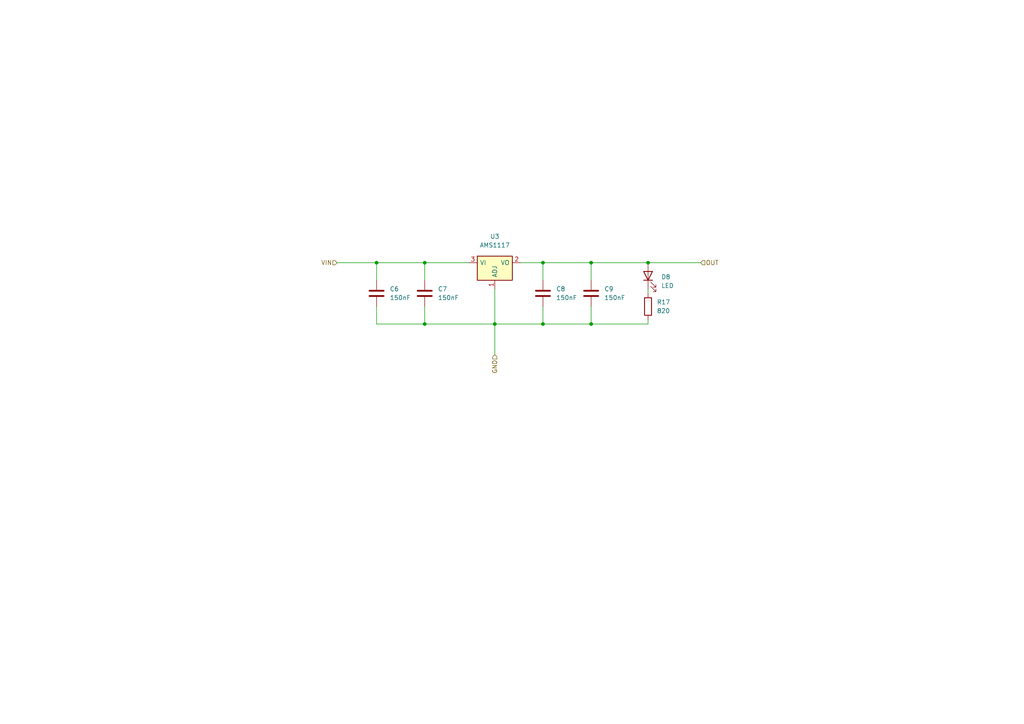
<source format=kicad_sch>
(kicad_sch (version 20211123) (generator eeschema)

  (uuid 985717fb-18de-4ff5-a2a9-0a7ae5b5a20e)

  (paper "A4")

  (title_block
    (title "Green House Controller")
    (date "15 nov 2012")
    (rev "v03")
    (company "Sri Lanka Technological Campus")
    (comment 1 "AA2129, AA2122, AA1391, AA1378, AA1424")
    (comment 2 "Raspberry Pi Shield")
    (comment 3 "Engineering Design Project")
    (comment 4 "EEE209")
  )

  (lib_symbols
    (symbol "Device:C" (pin_numbers hide) (pin_names (offset 0.254)) (in_bom yes) (on_board yes)
      (property "Reference" "C" (id 0) (at 0.635 2.54 0)
        (effects (font (size 1.27 1.27)) (justify left))
      )
      (property "Value" "C" (id 1) (at 0.635 -2.54 0)
        (effects (font (size 1.27 1.27)) (justify left))
      )
      (property "Footprint" "" (id 2) (at 0.9652 -3.81 0)
        (effects (font (size 1.27 1.27)) hide)
      )
      (property "Datasheet" "~" (id 3) (at 0 0 0)
        (effects (font (size 1.27 1.27)) hide)
      )
      (property "ki_keywords" "cap capacitor" (id 4) (at 0 0 0)
        (effects (font (size 1.27 1.27)) hide)
      )
      (property "ki_description" "Unpolarized capacitor" (id 5) (at 0 0 0)
        (effects (font (size 1.27 1.27)) hide)
      )
      (property "ki_fp_filters" "C_*" (id 6) (at 0 0 0)
        (effects (font (size 1.27 1.27)) hide)
      )
      (symbol "C_0_1"
        (polyline
          (pts
            (xy -2.032 -0.762)
            (xy 2.032 -0.762)
          )
          (stroke (width 0.508) (type default) (color 0 0 0 0))
          (fill (type none))
        )
        (polyline
          (pts
            (xy -2.032 0.762)
            (xy 2.032 0.762)
          )
          (stroke (width 0.508) (type default) (color 0 0 0 0))
          (fill (type none))
        )
      )
      (symbol "C_1_1"
        (pin passive line (at 0 3.81 270) (length 2.794)
          (name "~" (effects (font (size 1.27 1.27))))
          (number "1" (effects (font (size 1.27 1.27))))
        )
        (pin passive line (at 0 -3.81 90) (length 2.794)
          (name "~" (effects (font (size 1.27 1.27))))
          (number "2" (effects (font (size 1.27 1.27))))
        )
      )
    )
    (symbol "Device:LED" (pin_numbers hide) (pin_names (offset 1.016) hide) (in_bom yes) (on_board yes)
      (property "Reference" "D" (id 0) (at 0 2.54 0)
        (effects (font (size 1.27 1.27)))
      )
      (property "Value" "LED" (id 1) (at 0 -2.54 0)
        (effects (font (size 1.27 1.27)))
      )
      (property "Footprint" "" (id 2) (at 0 0 0)
        (effects (font (size 1.27 1.27)) hide)
      )
      (property "Datasheet" "~" (id 3) (at 0 0 0)
        (effects (font (size 1.27 1.27)) hide)
      )
      (property "ki_keywords" "LED diode" (id 4) (at 0 0 0)
        (effects (font (size 1.27 1.27)) hide)
      )
      (property "ki_description" "Light emitting diode" (id 5) (at 0 0 0)
        (effects (font (size 1.27 1.27)) hide)
      )
      (property "ki_fp_filters" "LED* LED_SMD:* LED_THT:*" (id 6) (at 0 0 0)
        (effects (font (size 1.27 1.27)) hide)
      )
      (symbol "LED_0_1"
        (polyline
          (pts
            (xy -1.27 -1.27)
            (xy -1.27 1.27)
          )
          (stroke (width 0.254) (type default) (color 0 0 0 0))
          (fill (type none))
        )
        (polyline
          (pts
            (xy -1.27 0)
            (xy 1.27 0)
          )
          (stroke (width 0) (type default) (color 0 0 0 0))
          (fill (type none))
        )
        (polyline
          (pts
            (xy 1.27 -1.27)
            (xy 1.27 1.27)
            (xy -1.27 0)
            (xy 1.27 -1.27)
          )
          (stroke (width 0.254) (type default) (color 0 0 0 0))
          (fill (type none))
        )
        (polyline
          (pts
            (xy -3.048 -0.762)
            (xy -4.572 -2.286)
            (xy -3.81 -2.286)
            (xy -4.572 -2.286)
            (xy -4.572 -1.524)
          )
          (stroke (width 0) (type default) (color 0 0 0 0))
          (fill (type none))
        )
        (polyline
          (pts
            (xy -1.778 -0.762)
            (xy -3.302 -2.286)
            (xy -2.54 -2.286)
            (xy -3.302 -2.286)
            (xy -3.302 -1.524)
          )
          (stroke (width 0) (type default) (color 0 0 0 0))
          (fill (type none))
        )
      )
      (symbol "LED_1_1"
        (pin passive line (at -3.81 0 0) (length 2.54)
          (name "K" (effects (font (size 1.27 1.27))))
          (number "1" (effects (font (size 1.27 1.27))))
        )
        (pin passive line (at 3.81 0 180) (length 2.54)
          (name "A" (effects (font (size 1.27 1.27))))
          (number "2" (effects (font (size 1.27 1.27))))
        )
      )
    )
    (symbol "Device:R" (pin_numbers hide) (pin_names (offset 0)) (in_bom yes) (on_board yes)
      (property "Reference" "R" (id 0) (at 2.032 0 90)
        (effects (font (size 1.27 1.27)))
      )
      (property "Value" "R" (id 1) (at 0 0 90)
        (effects (font (size 1.27 1.27)))
      )
      (property "Footprint" "" (id 2) (at -1.778 0 90)
        (effects (font (size 1.27 1.27)) hide)
      )
      (property "Datasheet" "~" (id 3) (at 0 0 0)
        (effects (font (size 1.27 1.27)) hide)
      )
      (property "ki_keywords" "R res resistor" (id 4) (at 0 0 0)
        (effects (font (size 1.27 1.27)) hide)
      )
      (property "ki_description" "Resistor" (id 5) (at 0 0 0)
        (effects (font (size 1.27 1.27)) hide)
      )
      (property "ki_fp_filters" "R_*" (id 6) (at 0 0 0)
        (effects (font (size 1.27 1.27)) hide)
      )
      (symbol "R_0_1"
        (rectangle (start -1.016 -2.54) (end 1.016 2.54)
          (stroke (width 0.254) (type default) (color 0 0 0 0))
          (fill (type none))
        )
      )
      (symbol "R_1_1"
        (pin passive line (at 0 3.81 270) (length 1.27)
          (name "~" (effects (font (size 1.27 1.27))))
          (number "1" (effects (font (size 1.27 1.27))))
        )
        (pin passive line (at 0 -3.81 90) (length 1.27)
          (name "~" (effects (font (size 1.27 1.27))))
          (number "2" (effects (font (size 1.27 1.27))))
        )
      )
    )
    (symbol "Regulator_Linear:AMS1117" (pin_names (offset 0.762)) (in_bom yes) (on_board yes)
      (property "Reference" "U" (id 0) (at -3.81 3.175 0)
        (effects (font (size 1.27 1.27)))
      )
      (property "Value" "AMS1117" (id 1) (at 0 3.175 0)
        (effects (font (size 1.27 1.27)) (justify left))
      )
      (property "Footprint" "Package_TO_SOT_SMD:SOT-223-3_TabPin2" (id 2) (at 0 5.08 0)
        (effects (font (size 1.27 1.27)) hide)
      )
      (property "Datasheet" "http://www.advanced-monolithic.com/pdf/ds1117.pdf" (id 3) (at 2.54 -6.35 0)
        (effects (font (size 1.27 1.27)) hide)
      )
      (property "ki_keywords" "linear regulator ldo adjustable positive" (id 4) (at 0 0 0)
        (effects (font (size 1.27 1.27)) hide)
      )
      (property "ki_description" "1A Low Dropout regulator, positive, adjustable output, SOT-223" (id 5) (at 0 0 0)
        (effects (font (size 1.27 1.27)) hide)
      )
      (property "ki_fp_filters" "SOT?223*TabPin2*" (id 6) (at 0 0 0)
        (effects (font (size 1.27 1.27)) hide)
      )
      (symbol "AMS1117_0_1"
        (rectangle (start -5.08 -5.08) (end 5.08 1.905)
          (stroke (width 0.254) (type default) (color 0 0 0 0))
          (fill (type background))
        )
      )
      (symbol "AMS1117_1_1"
        (pin input line (at 0 -7.62 90) (length 2.54)
          (name "ADJ" (effects (font (size 1.27 1.27))))
          (number "1" (effects (font (size 1.27 1.27))))
        )
        (pin power_out line (at 7.62 0 180) (length 2.54)
          (name "VO" (effects (font (size 1.27 1.27))))
          (number "2" (effects (font (size 1.27 1.27))))
        )
        (pin power_in line (at -7.62 0 0) (length 2.54)
          (name "VI" (effects (font (size 1.27 1.27))))
          (number "3" (effects (font (size 1.27 1.27))))
        )
      )
    )
  )

  (junction (at 187.96 76.2) (diameter 0) (color 0 0 0 0)
    (uuid 02e4e62a-b14e-4387-9e35-e5d0203f3fab)
  )
  (junction (at 157.48 93.98) (diameter 0) (color 0 0 0 0)
    (uuid 23034e52-fe94-490a-a3ee-89740767dec9)
  )
  (junction (at 143.51 93.98) (diameter 0) (color 0 0 0 0)
    (uuid 49dc8573-7397-4c6e-8c78-0e1bc5a08a0d)
  )
  (junction (at 123.19 76.2) (diameter 0) (color 0 0 0 0)
    (uuid 68d7fe9b-bc69-4a02-9311-78eddb6d618b)
  )
  (junction (at 109.22 76.2) (diameter 0) (color 0 0 0 0)
    (uuid 953e450b-1ac4-4d79-930d-ae67ebd801c8)
  )
  (junction (at 157.48 76.2) (diameter 0) (color 0 0 0 0)
    (uuid abef71bf-b43a-4644-b41f-c723bf4349f0)
  )
  (junction (at 171.45 76.2) (diameter 0) (color 0 0 0 0)
    (uuid b187da9a-305f-47f3-ac59-d59e69c430fe)
  )
  (junction (at 123.19 93.98) (diameter 0) (color 0 0 0 0)
    (uuid b8580e9f-e2e4-4ba2-be99-4acb1c013362)
  )
  (junction (at 171.45 93.98) (diameter 0) (color 0 0 0 0)
    (uuid f7768822-0826-4054-a3cb-6ddce136f989)
  )

  (wire (pts (xy 187.96 92.71) (xy 187.96 93.98))
    (stroke (width 0) (type default) (color 0 0 0 0))
    (uuid 15ce0931-1f84-4416-9186-5a7b2cf4222c)
  )
  (wire (pts (xy 171.45 76.2) (xy 187.96 76.2))
    (stroke (width 0) (type default) (color 0 0 0 0))
    (uuid 26261de1-a825-4290-b541-15d1b2b90720)
  )
  (wire (pts (xy 151.13 76.2) (xy 157.48 76.2))
    (stroke (width 0) (type default) (color 0 0 0 0))
    (uuid 2d0062ba-7b3b-4c51-92ee-e85fa08d8342)
  )
  (wire (pts (xy 109.22 81.28) (xy 109.22 76.2))
    (stroke (width 0) (type default) (color 0 0 0 0))
    (uuid 40b85587-63b4-4ec1-92fb-d6f4ced66a42)
  )
  (wire (pts (xy 109.22 93.98) (xy 123.19 93.98))
    (stroke (width 0) (type default) (color 0 0 0 0))
    (uuid 4633d8de-3691-4574-a0cd-23cf09d4906b)
  )
  (wire (pts (xy 123.19 76.2) (xy 135.89 76.2))
    (stroke (width 0) (type default) (color 0 0 0 0))
    (uuid 4919e007-49a6-4b9c-8ce4-30920e072cba)
  )
  (wire (pts (xy 109.22 93.98) (xy 109.22 88.9))
    (stroke (width 0) (type default) (color 0 0 0 0))
    (uuid 4bde7234-0a8d-4b1c-819d-3d05d5d2bcb8)
  )
  (wire (pts (xy 171.45 93.98) (xy 187.96 93.98))
    (stroke (width 0) (type default) (color 0 0 0 0))
    (uuid 568a08e8-424f-4187-9d8d-3d585f0ca20f)
  )
  (wire (pts (xy 187.96 83.82) (xy 187.96 85.09))
    (stroke (width 0) (type default) (color 0 0 0 0))
    (uuid 5f12e54a-0c73-40bc-83ef-64133361514d)
  )
  (wire (pts (xy 109.22 76.2) (xy 123.19 76.2))
    (stroke (width 0) (type default) (color 0 0 0 0))
    (uuid 696ca3e5-a9f3-41c4-a147-4ba38d5f4d2f)
  )
  (wire (pts (xy 157.48 88.9) (xy 157.48 93.98))
    (stroke (width 0) (type default) (color 0 0 0 0))
    (uuid 785094e0-a111-4735-926e-0fc7a58e78c8)
  )
  (wire (pts (xy 143.51 93.98) (xy 143.51 102.87))
    (stroke (width 0) (type default) (color 0 0 0 0))
    (uuid 82b684bb-7da1-443e-bdf0-ab27009eade9)
  )
  (wire (pts (xy 123.19 93.98) (xy 143.51 93.98))
    (stroke (width 0) (type default) (color 0 0 0 0))
    (uuid 8e7b250f-f3bf-4cca-bddb-c7aef1b3229a)
  )
  (wire (pts (xy 123.19 88.9) (xy 123.19 93.98))
    (stroke (width 0) (type default) (color 0 0 0 0))
    (uuid 91e52604-b4e3-4a8b-96dd-f495b8689696)
  )
  (wire (pts (xy 171.45 88.9) (xy 171.45 93.98))
    (stroke (width 0) (type default) (color 0 0 0 0))
    (uuid 9318fe72-c43b-4f35-954a-306be35e6e84)
  )
  (wire (pts (xy 157.48 76.2) (xy 171.45 76.2))
    (stroke (width 0) (type default) (color 0 0 0 0))
    (uuid 9327ef8d-f3b8-4838-9f2b-39131df2da0f)
  )
  (wire (pts (xy 157.48 81.28) (xy 157.48 76.2))
    (stroke (width 0) (type default) (color 0 0 0 0))
    (uuid 959b60d8-273a-42ed-983a-6e6f9387b5e4)
  )
  (wire (pts (xy 143.51 93.98) (xy 157.48 93.98))
    (stroke (width 0) (type default) (color 0 0 0 0))
    (uuid 9722fa05-9093-45ea-a5eb-37c1aa941939)
  )
  (wire (pts (xy 97.79 76.2) (xy 109.22 76.2))
    (stroke (width 0) (type default) (color 0 0 0 0))
    (uuid 9d39f603-3635-4eff-a198-eafac274b5a9)
  )
  (wire (pts (xy 157.48 93.98) (xy 171.45 93.98))
    (stroke (width 0) (type default) (color 0 0 0 0))
    (uuid d931fdbc-0cfb-4122-9f70-a852ebf6cf8e)
  )
  (wire (pts (xy 143.51 83.82) (xy 143.51 93.98))
    (stroke (width 0) (type default) (color 0 0 0 0))
    (uuid df2bca9c-e0b3-44f5-b66f-f356df6778e5)
  )
  (wire (pts (xy 123.19 81.28) (xy 123.19 76.2))
    (stroke (width 0) (type default) (color 0 0 0 0))
    (uuid e0d7315c-4776-4981-83da-e074b72c1acd)
  )
  (wire (pts (xy 187.96 76.2) (xy 203.2 76.2))
    (stroke (width 0) (type default) (color 0 0 0 0))
    (uuid e441356c-e9ef-4110-8ba7-ba278c02cc16)
  )
  (wire (pts (xy 171.45 81.28) (xy 171.45 76.2))
    (stroke (width 0) (type default) (color 0 0 0 0))
    (uuid e4605934-cd2d-4e18-9d22-deb4decc7d5c)
  )

  (hierarchical_label "VIN" (shape input) (at 97.79 76.2 180)
    (effects (font (size 1.27 1.27)) (justify right))
    (uuid 6190ee1e-6441-4d6b-b6b6-2305a8eff345)
  )
  (hierarchical_label "GND" (shape input) (at 143.51 102.87 270)
    (effects (font (size 1.27 1.27)) (justify right))
    (uuid e1042500-4308-4e22-a82b-0fb9ead039e3)
  )
  (hierarchical_label "OUT" (shape input) (at 203.2 76.2 0)
    (effects (font (size 1.27 1.27)) (justify left))
    (uuid edb236b0-b10b-4ff1-8d9e-ac3029cbd7d7)
  )

  (symbol (lib_id "Device:C") (at 171.45 85.09 0) (unit 1)
    (in_bom yes) (on_board yes) (fields_autoplaced)
    (uuid 1217b0d7-6de8-47bc-89fc-04e87c285057)
    (property "Reference" "C9" (id 0) (at 175.26 83.8199 0)
      (effects (font (size 1.27 1.27)) (justify left))
    )
    (property "Value" "150nF" (id 1) (at 175.26 86.3599 0)
      (effects (font (size 1.27 1.27)) (justify left))
    )
    (property "Footprint" "Capacitor_SMD:C_0805_2012Metric" (id 2) (at 172.4152 88.9 0)
      (effects (font (size 1.27 1.27)) hide)
    )
    (property "Datasheet" "~" (id 3) (at 171.45 85.09 0)
      (effects (font (size 1.27 1.27)) hide)
    )
    (pin "1" (uuid 1d1a9579-a99d-4e57-8381-55b59150d8f0))
    (pin "2" (uuid c5b12a40-3308-4778-a73f-93f0910eba02))
  )

  (symbol (lib_id "Device:C") (at 123.19 85.09 0) (unit 1)
    (in_bom yes) (on_board yes) (fields_autoplaced)
    (uuid 261516cb-e54b-4814-98c0-ccdb8f2bfff5)
    (property "Reference" "C7" (id 0) (at 127 83.8199 0)
      (effects (font (size 1.27 1.27)) (justify left))
    )
    (property "Value" "150nF" (id 1) (at 127 86.3599 0)
      (effects (font (size 1.27 1.27)) (justify left))
    )
    (property "Footprint" "Capacitor_SMD:C_0805_2012Metric" (id 2) (at 124.1552 88.9 0)
      (effects (font (size 1.27 1.27)) hide)
    )
    (property "Datasheet" "~" (id 3) (at 123.19 85.09 0)
      (effects (font (size 1.27 1.27)) hide)
    )
    (pin "1" (uuid 9218ddaa-6764-478a-abb9-b8921ce54c70))
    (pin "2" (uuid 3c8a869c-3c79-433f-a4a1-3286fe7f0206))
  )

  (symbol (lib_id "Device:C") (at 157.48 85.09 0) (unit 1)
    (in_bom yes) (on_board yes) (fields_autoplaced)
    (uuid 581a3c63-149e-46af-a5eb-9f40e210f732)
    (property "Reference" "C8" (id 0) (at 161.29 83.8199 0)
      (effects (font (size 1.27 1.27)) (justify left))
    )
    (property "Value" "150nF" (id 1) (at 161.29 86.3599 0)
      (effects (font (size 1.27 1.27)) (justify left))
    )
    (property "Footprint" "Capacitor_SMD:C_0805_2012Metric" (id 2) (at 158.4452 88.9 0)
      (effects (font (size 1.27 1.27)) hide)
    )
    (property "Datasheet" "~" (id 3) (at 157.48 85.09 0)
      (effects (font (size 1.27 1.27)) hide)
    )
    (pin "1" (uuid 644df55a-1cfc-4213-b1aa-c9ab119793ab))
    (pin "2" (uuid aa9b940b-3eec-4ba9-a0a1-c2f57a0d74e0))
  )

  (symbol (lib_id "Device:C") (at 109.22 85.09 0) (unit 1)
    (in_bom yes) (on_board yes) (fields_autoplaced)
    (uuid 76794e3b-d154-4e48-8116-a29ec176ca0e)
    (property "Reference" "C6" (id 0) (at 113.03 83.8199 0)
      (effects (font (size 1.27 1.27)) (justify left))
    )
    (property "Value" "150nF" (id 1) (at 113.03 86.3599 0)
      (effects (font (size 1.27 1.27)) (justify left))
    )
    (property "Footprint" "Capacitor_SMD:C_0805_2012Metric" (id 2) (at 110.1852 88.9 0)
      (effects (font (size 1.27 1.27)) hide)
    )
    (property "Datasheet" "~" (id 3) (at 109.22 85.09 0)
      (effects (font (size 1.27 1.27)) hide)
    )
    (pin "1" (uuid 77316e7a-c1bb-4b98-b18f-1bd3e1eae93a))
    (pin "2" (uuid 9986f6cb-d731-4a1c-8f3e-5999e9d7b71a))
  )

  (symbol (lib_id "Regulator_Linear:AMS1117") (at 143.51 76.2 0) (unit 1)
    (in_bom yes) (on_board yes) (fields_autoplaced)
    (uuid a75cd25b-66a2-4a6e-b5ae-51d8a7d036b1)
    (property "Reference" "U3" (id 0) (at 143.51 68.58 0))
    (property "Value" "AMS1117" (id 1) (at 143.51 71.12 0))
    (property "Footprint" "Package_TO_SOT_SMD:SOT-223-3_TabPin2" (id 2) (at 143.51 71.12 0)
      (effects (font (size 1.27 1.27)) hide)
    )
    (property "Datasheet" "http://www.advanced-monolithic.com/pdf/ds1117.pdf" (id 3) (at 146.05 82.55 0)
      (effects (font (size 1.27 1.27)) hide)
    )
    (pin "1" (uuid 91669b29-5ac5-4859-9771-da2f68bde446))
    (pin "2" (uuid e03a7cad-c476-4313-a066-b5aa9ec08e91))
    (pin "3" (uuid e344fa8f-ee79-401e-9367-651b64a8ed75))
  )

  (symbol (lib_id "Device:R") (at 187.96 88.9 0) (unit 1)
    (in_bom yes) (on_board yes) (fields_autoplaced)
    (uuid b09dcc0a-ed56-437b-9a93-f4a1ff664453)
    (property "Reference" "R17" (id 0) (at 190.5 87.6299 0)
      (effects (font (size 1.27 1.27)) (justify left))
    )
    (property "Value" "820" (id 1) (at 190.5 90.1699 0)
      (effects (font (size 1.27 1.27)) (justify left))
    )
    (property "Footprint" "Resistor_SMD:R_0805_2012Metric" (id 2) (at 186.182 88.9 90)
      (effects (font (size 1.27 1.27)) hide)
    )
    (property "Datasheet" "~" (id 3) (at 187.96 88.9 0)
      (effects (font (size 1.27 1.27)) hide)
    )
    (pin "1" (uuid 5d6dce58-c829-40b0-b42d-4480008ea013))
    (pin "2" (uuid ec6c31cd-a5cb-49d7-a5d8-4b207b9024db))
  )

  (symbol (lib_id "Device:LED") (at 187.96 80.01 90) (unit 1)
    (in_bom yes) (on_board yes) (fields_autoplaced)
    (uuid f3ae2332-5b79-446a-8512-e67a46cfc9b5)
    (property "Reference" "D8" (id 0) (at 191.77 80.3274 90)
      (effects (font (size 1.27 1.27)) (justify right))
    )
    (property "Value" "LED" (id 1) (at 191.77 82.8674 90)
      (effects (font (size 1.27 1.27)) (justify right))
    )
    (property "Footprint" "LED_SMD:LED_0805_2012Metric" (id 2) (at 187.96 80.01 0)
      (effects (font (size 1.27 1.27)) hide)
    )
    (property "Datasheet" "~" (id 3) (at 187.96 80.01 0)
      (effects (font (size 1.27 1.27)) hide)
    )
    (pin "1" (uuid 164385d6-4688-4989-9f00-44465846e2ed))
    (pin "2" (uuid a9aa5885-8f0c-41c4-9a9a-9d522790fd9c))
  )
)

</source>
